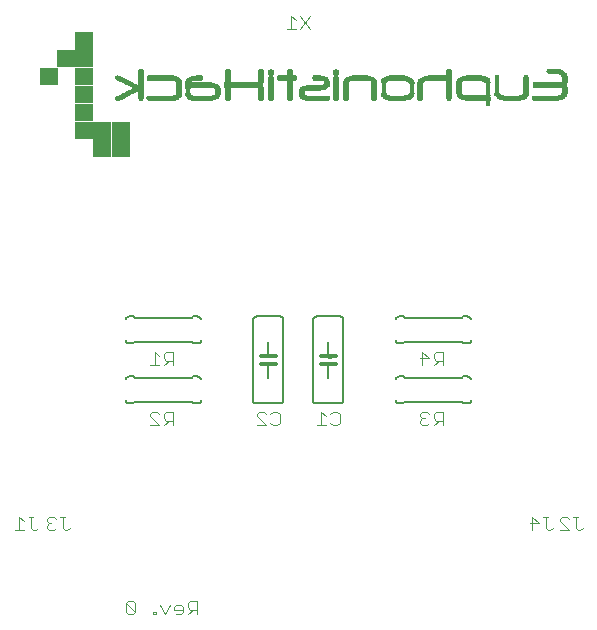
<source format=gbo>
G75*
G70*
%OFA0B0*%
%FSLAX24Y24*%
%IPPOS*%
%LPD*%
%AMOC8*
5,1,8,0,0,1.08239X$1,22.5*
%
%ADD10C,0.0040*%
%ADD11R,0.0125X0.0025*%
%ADD12R,0.0580X0.0010*%
%ADD13R,0.0600X0.0010*%
%ADD14R,0.0160X0.0010*%
%ADD15R,0.0090X0.0010*%
%ADD16R,0.0080X0.0010*%
%ADD17R,0.0840X0.0010*%
%ADD18R,0.0630X0.0010*%
%ADD19R,0.0100X0.0010*%
%ADD20R,0.0730X0.0010*%
%ADD21R,0.0510X0.0010*%
%ADD22R,0.0450X0.0010*%
%ADD23R,0.0810X0.0010*%
%ADD24R,0.0150X0.0010*%
%ADD25R,0.0140X0.0010*%
%ADD26R,0.0940X0.0010*%
%ADD27R,0.0760X0.0010*%
%ADD28R,0.0130X0.0010*%
%ADD29R,0.0830X0.0010*%
%ADD30R,0.0850X0.0010*%
%ADD31R,0.0880X0.0010*%
%ADD32R,0.0170X0.0010*%
%ADD33R,0.0990X0.0010*%
%ADD34R,0.0820X0.0010*%
%ADD35R,0.0860X0.0010*%
%ADD36R,0.0720X0.0010*%
%ADD37R,0.0920X0.0010*%
%ADD38R,0.0930X0.0010*%
%ADD39R,0.0220X0.0010*%
%ADD40R,0.1020X0.0010*%
%ADD41R,0.0900X0.0010*%
%ADD42R,0.0780X0.0010*%
%ADD43R,0.0960X0.0010*%
%ADD44R,0.0800X0.0010*%
%ADD45R,0.0970X0.0010*%
%ADD46R,0.0240X0.0010*%
%ADD47R,0.1050X0.0010*%
%ADD48R,0.0180X0.0010*%
%ADD49R,0.0260X0.0010*%
%ADD50R,0.1080X0.0010*%
%ADD51R,0.0950X0.0010*%
%ADD52R,0.0910X0.0010*%
%ADD53R,0.1040X0.0010*%
%ADD54R,0.0290X0.0010*%
%ADD55R,0.1090X0.0010*%
%ADD56R,0.1010X0.0010*%
%ADD57R,0.0310X0.0010*%
%ADD58R,0.1100X0.0010*%
%ADD59R,0.0980X0.0010*%
%ADD60R,0.0330X0.0010*%
%ADD61R,0.1110X0.0010*%
%ADD62R,0.1070X0.0010*%
%ADD63R,0.1060X0.0010*%
%ADD64R,0.0340X0.0010*%
%ADD65R,0.1030X0.0010*%
%ADD66R,0.1130X0.0010*%
%ADD67R,0.1120X0.0010*%
%ADD68R,0.0350X0.0010*%
%ADD69R,0.1140X0.0010*%
%ADD70R,0.0250X0.0010*%
%ADD71R,0.0270X0.0010*%
%ADD72R,0.0300X0.0010*%
%ADD73R,0.0190X0.0010*%
%ADD74R,0.0230X0.0010*%
%ADD75R,0.0200X0.0010*%
%ADD76R,0.0480X0.0010*%
%ADD77R,0.0460X0.0010*%
%ADD78R,0.0430X0.0010*%
%ADD79R,0.0410X0.0010*%
%ADD80R,0.0390X0.0010*%
%ADD81R,0.0360X0.0010*%
%ADD82R,0.0370X0.0010*%
%ADD83R,0.0280X0.0010*%
%ADD84R,0.0400X0.0010*%
%ADD85R,0.1150X0.0010*%
%ADD86R,0.1300X0.0010*%
%ADD87R,0.0890X0.0010*%
%ADD88R,0.0420X0.0010*%
%ADD89R,0.0870X0.0010*%
%ADD90R,0.0470X0.0010*%
%ADD91R,0.1160X0.0010*%
%ADD92R,0.0490X0.0010*%
%ADD93R,0.1000X0.0010*%
%ADD94R,0.0210X0.0010*%
%ADD95R,0.0520X0.0010*%
%ADD96R,0.0530X0.0010*%
%ADD97R,0.0540X0.0010*%
%ADD98R,0.0550X0.0010*%
%ADD99R,0.0640X0.0010*%
%ADD100R,0.0320X0.0010*%
%ADD101R,0.0650X0.0010*%
%ADD102R,0.0560X0.0010*%
%ADD103R,0.0660X0.0010*%
%ADD104R,0.0500X0.0010*%
%ADD105R,0.0790X0.0010*%
%ADD106R,0.0740X0.0010*%
%ADD107R,0.0620X0.0010*%
%ADD108R,0.0680X0.0010*%
%ADD109R,0.0700X0.0010*%
%ADD110R,0.0030X0.0010*%
%ADD111R,0.0120X0.0010*%
%ADD112R,0.0110X0.0010*%
%ADD113R,0.0040X0.0010*%
%ADD114R,0.0610X0.0010*%
%ADD115R,0.0570X0.0010*%
%ADD116R,0.0070X0.0010*%
%ADD117C,0.0060*%
%ADD118C,0.0120*%
D10*
X000703Y003470D02*
X001010Y003470D01*
X000856Y003470D02*
X000856Y003930D01*
X001010Y003777D01*
X001163Y003930D02*
X001317Y003930D01*
X001240Y003930D02*
X001240Y003547D01*
X001317Y003470D01*
X001393Y003470D01*
X001470Y003547D01*
X001763Y003547D02*
X001839Y003470D01*
X001993Y003470D01*
X002070Y003547D01*
X001916Y003700D02*
X001839Y003700D01*
X001763Y003623D01*
X001763Y003547D01*
X001839Y003700D02*
X001763Y003777D01*
X001763Y003854D01*
X001839Y003930D01*
X001993Y003930D01*
X002070Y003854D01*
X002223Y003930D02*
X002377Y003930D01*
X002300Y003930D02*
X002300Y003547D01*
X002377Y003470D01*
X002453Y003470D01*
X002530Y003547D01*
X004478Y001130D02*
X004401Y001054D01*
X004708Y000747D01*
X004632Y000670D01*
X004478Y000670D01*
X004401Y000747D01*
X004401Y001054D01*
X004478Y001130D02*
X004632Y001130D01*
X004708Y001054D01*
X004708Y000747D01*
X005322Y000747D02*
X005322Y000670D01*
X005399Y000670D01*
X005399Y000747D01*
X005322Y000747D01*
X005552Y000977D02*
X005706Y000670D01*
X005859Y000977D01*
X006013Y000900D02*
X006013Y000823D01*
X006320Y000823D01*
X006320Y000747D02*
X006320Y000900D01*
X006243Y000977D01*
X006089Y000977D01*
X006013Y000900D01*
X006089Y000670D02*
X006243Y000670D01*
X006320Y000747D01*
X006473Y000670D02*
X006627Y000823D01*
X006550Y000823D02*
X006780Y000823D01*
X006780Y000670D02*
X006780Y001130D01*
X006550Y001130D01*
X006473Y001054D01*
X006473Y000900D01*
X006550Y000823D01*
X005980Y006970D02*
X005980Y007430D01*
X005750Y007430D01*
X005673Y007354D01*
X005673Y007200D01*
X005750Y007123D01*
X005980Y007123D01*
X005827Y007123D02*
X005673Y006970D01*
X005520Y006970D02*
X005213Y007277D01*
X005213Y007354D01*
X005289Y007430D01*
X005443Y007430D01*
X005520Y007354D01*
X005520Y006970D02*
X005213Y006970D01*
X005213Y008970D02*
X005520Y008970D01*
X005673Y008970D02*
X005827Y009123D01*
X005750Y009123D02*
X005980Y009123D01*
X005980Y008970D02*
X005980Y009430D01*
X005750Y009430D01*
X005673Y009354D01*
X005673Y009200D01*
X005750Y009123D01*
X005520Y009277D02*
X005366Y009430D01*
X005366Y008970D01*
X008763Y007354D02*
X008763Y007277D01*
X009070Y006970D01*
X008763Y006970D01*
X008763Y007354D02*
X008839Y007430D01*
X008993Y007430D01*
X009070Y007354D01*
X009223Y007354D02*
X009300Y007430D01*
X009453Y007430D01*
X009530Y007354D01*
X009530Y007047D01*
X009453Y006970D01*
X009300Y006970D01*
X009223Y007047D01*
X010763Y006970D02*
X011070Y006970D01*
X010916Y006970D02*
X010916Y007430D01*
X011070Y007277D01*
X011223Y007354D02*
X011300Y007430D01*
X011453Y007430D01*
X011530Y007354D01*
X011530Y007047D01*
X011453Y006970D01*
X011300Y006970D01*
X011223Y007047D01*
X014213Y007047D02*
X014289Y006970D01*
X014443Y006970D01*
X014520Y007047D01*
X014673Y006970D02*
X014827Y007123D01*
X014750Y007123D02*
X014980Y007123D01*
X014980Y006970D02*
X014980Y007430D01*
X014750Y007430D01*
X014673Y007354D01*
X014673Y007200D01*
X014750Y007123D01*
X014520Y007354D02*
X014443Y007430D01*
X014289Y007430D01*
X014213Y007354D01*
X014213Y007277D01*
X014289Y007200D01*
X014213Y007123D01*
X014213Y007047D01*
X014289Y007200D02*
X014366Y007200D01*
X014289Y008970D02*
X014289Y009430D01*
X014520Y009200D01*
X014213Y009200D01*
X014673Y009200D02*
X014750Y009123D01*
X014980Y009123D01*
X014980Y008970D02*
X014980Y009430D01*
X014750Y009430D01*
X014673Y009354D01*
X014673Y009200D01*
X014827Y009123D02*
X014673Y008970D01*
X017939Y003930D02*
X018170Y003700D01*
X017863Y003700D01*
X017939Y003470D02*
X017939Y003930D01*
X018323Y003930D02*
X018477Y003930D01*
X018400Y003930D02*
X018400Y003547D01*
X018477Y003470D01*
X018553Y003470D01*
X018630Y003547D01*
X018863Y003470D02*
X019170Y003470D01*
X018863Y003777D01*
X018863Y003854D01*
X018939Y003930D01*
X019093Y003930D01*
X019170Y003854D01*
X019323Y003930D02*
X019477Y003930D01*
X019400Y003930D02*
X019400Y003547D01*
X019477Y003470D01*
X019553Y003470D01*
X019630Y003547D01*
X010530Y020170D02*
X010223Y020630D01*
X010070Y020477D02*
X009916Y020630D01*
X009916Y020170D01*
X009763Y020170D02*
X010070Y020170D01*
X010223Y020170D02*
X010530Y020630D01*
D11*
X011200Y009175D03*
D12*
X009775Y018450D03*
X009775Y018600D03*
X003625Y017060D03*
X003625Y017050D03*
X003625Y017040D03*
X003625Y017030D03*
X003625Y017020D03*
X003625Y017010D03*
X003625Y017000D03*
X003625Y016990D03*
X003625Y016980D03*
X003625Y016970D03*
X003625Y016960D03*
X003625Y016950D03*
X003625Y016940D03*
X003625Y016930D03*
X003625Y016920D03*
X003625Y016910D03*
X003625Y016900D03*
X003625Y016890D03*
X003625Y016880D03*
X003625Y016870D03*
X003625Y016860D03*
X003625Y016850D03*
X003625Y016840D03*
X003625Y016830D03*
X003625Y016820D03*
X003625Y016810D03*
X003625Y016800D03*
X003625Y016790D03*
X003625Y016780D03*
X003625Y016770D03*
X003625Y016760D03*
X003625Y016750D03*
X003625Y016740D03*
X003625Y016730D03*
X003625Y016720D03*
X003625Y016710D03*
X003625Y016700D03*
X003625Y016690D03*
X003625Y016680D03*
X003625Y016670D03*
X003625Y016660D03*
X003625Y016650D03*
X003625Y016640D03*
X003625Y016630D03*
X003625Y016620D03*
X003625Y016610D03*
X003625Y016600D03*
X003625Y016590D03*
X003625Y016580D03*
X003625Y016570D03*
X003625Y016560D03*
X003625Y016550D03*
X003625Y016540D03*
X003625Y016530D03*
X003625Y016520D03*
X003625Y016510D03*
X003625Y016470D03*
X003625Y016460D03*
X003625Y016450D03*
X003625Y016440D03*
X003625Y016430D03*
X003625Y016420D03*
X003625Y016410D03*
X003625Y016400D03*
X003625Y016390D03*
X003625Y016380D03*
X003625Y016370D03*
X003625Y016360D03*
X003625Y016350D03*
X003625Y016340D03*
X003625Y016330D03*
X003625Y016320D03*
X003625Y016310D03*
X003625Y016300D03*
X003625Y016290D03*
X003625Y016280D03*
X003625Y016270D03*
X003625Y016260D03*
X003625Y016250D03*
X003625Y016240D03*
X003625Y016230D03*
X003625Y016220D03*
X003625Y016210D03*
X003625Y016200D03*
X003625Y016190D03*
X003625Y016180D03*
X003625Y016170D03*
X003625Y016160D03*
X003625Y016150D03*
X003625Y016140D03*
X003625Y016130D03*
X003625Y016120D03*
X003625Y016110D03*
X003625Y016100D03*
X003625Y016090D03*
X003625Y016080D03*
X003625Y016070D03*
X003625Y016060D03*
X003625Y016050D03*
X003625Y016040D03*
X003625Y016030D03*
X003625Y016020D03*
X003625Y016010D03*
X003625Y016000D03*
X003625Y015990D03*
X003625Y015980D03*
X003625Y015970D03*
X003625Y015960D03*
X003625Y015950D03*
X003625Y015940D03*
X003625Y015930D03*
X003625Y015920D03*
X003625Y015910D03*
X003625Y015900D03*
X003025Y016510D03*
X003025Y016520D03*
X003025Y016530D03*
X003025Y016540D03*
X003025Y016550D03*
X003025Y016560D03*
X003025Y016570D03*
X003025Y016580D03*
X003025Y016590D03*
X003025Y016600D03*
X003025Y016610D03*
X003025Y016620D03*
X003025Y016630D03*
X003025Y016640D03*
X003025Y016650D03*
X003025Y016660D03*
X003025Y016670D03*
X003025Y016680D03*
X003025Y016690D03*
X003025Y016700D03*
X003025Y016710D03*
X003025Y016720D03*
X003025Y016730D03*
X003025Y016740D03*
X003025Y016750D03*
X003025Y016760D03*
X003025Y016770D03*
X003025Y016780D03*
X003025Y016790D03*
X003025Y016800D03*
X003025Y016810D03*
X003025Y016820D03*
X003025Y016830D03*
X003025Y016840D03*
X003025Y016850D03*
X003025Y016860D03*
X003025Y016870D03*
X003025Y016880D03*
X003025Y016890D03*
X003025Y016900D03*
X003025Y016910D03*
X003025Y016920D03*
X003025Y016930D03*
X003025Y016940D03*
X003025Y016950D03*
X003025Y016960D03*
X003025Y016970D03*
X003025Y016980D03*
X003025Y016990D03*
X003025Y017000D03*
X003025Y017010D03*
X003025Y017020D03*
X003025Y017030D03*
X003025Y017040D03*
X003025Y017050D03*
X003025Y017060D03*
X003025Y017100D03*
X003025Y017110D03*
X003025Y017120D03*
X003025Y017130D03*
X003025Y017140D03*
X003025Y017150D03*
X003025Y017160D03*
X003025Y017170D03*
X003025Y017180D03*
X003025Y017190D03*
X003025Y017200D03*
X003025Y017210D03*
X003025Y017220D03*
X003025Y017230D03*
X003025Y017240D03*
X003025Y017250D03*
X003025Y017260D03*
X003025Y017270D03*
X003025Y017280D03*
X003025Y017290D03*
X003025Y017300D03*
X003025Y017310D03*
X003025Y017320D03*
X003025Y017330D03*
X003025Y017340D03*
X003025Y017350D03*
X003025Y017360D03*
X003025Y017370D03*
X003025Y017380D03*
X003025Y017390D03*
X003025Y017400D03*
X003025Y017410D03*
X003025Y017420D03*
X003025Y017430D03*
X003025Y017440D03*
X003025Y017450D03*
X003025Y017460D03*
X003025Y017470D03*
X003025Y017480D03*
X003025Y017490D03*
X003025Y017500D03*
X003025Y017510D03*
X003025Y017520D03*
X003025Y017530D03*
X003025Y017540D03*
X003025Y017550D03*
X003025Y017560D03*
X003025Y017570D03*
X003025Y017580D03*
X003025Y017590D03*
X003025Y017600D03*
X003025Y017610D03*
X003025Y017620D03*
X003025Y017630D03*
X003025Y017640D03*
X003025Y017650D03*
X003025Y017660D03*
X003025Y017700D03*
X003025Y017710D03*
X003025Y017720D03*
X003025Y017730D03*
X003025Y017740D03*
X003025Y017750D03*
X003025Y017760D03*
X003025Y017770D03*
X003025Y017780D03*
X003025Y017790D03*
X003025Y017800D03*
X003025Y017810D03*
X003025Y017820D03*
X003025Y017830D03*
X003025Y017840D03*
X003025Y017850D03*
X003025Y017860D03*
X003025Y017870D03*
X003025Y017880D03*
X003025Y017890D03*
X003025Y017900D03*
X003025Y017910D03*
X003025Y017920D03*
X003025Y017930D03*
X003025Y017940D03*
X003025Y017950D03*
X003025Y017960D03*
X003025Y017970D03*
X003025Y017980D03*
X003025Y017990D03*
X003025Y018000D03*
X003025Y018010D03*
X003025Y018020D03*
X003025Y018030D03*
X003025Y018040D03*
X003025Y018050D03*
X003025Y018060D03*
X003025Y018070D03*
X003025Y018080D03*
X003025Y018090D03*
X003025Y018100D03*
X003025Y018110D03*
X003025Y018120D03*
X003025Y018130D03*
X003025Y018140D03*
X003025Y018150D03*
X003025Y018160D03*
X003025Y018170D03*
X003025Y018180D03*
X003025Y018190D03*
X003025Y018200D03*
X003025Y018210D03*
X003025Y018220D03*
X003025Y018230D03*
X003025Y018240D03*
X003025Y018250D03*
X003025Y018260D03*
X003025Y018300D03*
X003025Y018310D03*
X003025Y018320D03*
X003025Y018330D03*
X003025Y018340D03*
X003025Y018350D03*
X003025Y018360D03*
X003025Y018370D03*
X003025Y018380D03*
X003025Y018390D03*
X003025Y018400D03*
X003025Y018410D03*
X003025Y018420D03*
X003025Y018430D03*
X003025Y018440D03*
X003025Y018450D03*
X003025Y018460D03*
X003025Y018470D03*
X003025Y018480D03*
X003025Y018490D03*
X003025Y018500D03*
X003025Y018510D03*
X003025Y018520D03*
X003025Y018530D03*
X003025Y018540D03*
X003025Y018550D03*
X003025Y018560D03*
X003025Y018570D03*
X003025Y018580D03*
X003025Y018590D03*
X003025Y018600D03*
X003025Y018610D03*
X003025Y018620D03*
X003025Y018630D03*
X003025Y018640D03*
X003025Y018650D03*
X003025Y018660D03*
X003025Y018670D03*
X003025Y018680D03*
X003025Y018690D03*
X003025Y018700D03*
X003025Y018710D03*
X003025Y018720D03*
X003025Y018730D03*
X003025Y018740D03*
X003025Y018750D03*
X003025Y018760D03*
X003025Y018770D03*
X003025Y018780D03*
X003025Y018790D03*
X003025Y018800D03*
X003025Y018810D03*
X003025Y018820D03*
X003025Y018830D03*
X003025Y018840D03*
X003025Y018850D03*
X003025Y018860D03*
X003025Y018900D03*
X003025Y018910D03*
X003025Y018920D03*
X003025Y018930D03*
X003025Y018940D03*
X003025Y018950D03*
X003025Y018960D03*
X003025Y018970D03*
X003025Y018980D03*
X003025Y018990D03*
X003025Y019000D03*
X003025Y019010D03*
X003025Y019020D03*
X003025Y019030D03*
X003025Y019040D03*
X003025Y019050D03*
X003025Y019060D03*
X003025Y019070D03*
X003025Y019080D03*
X003025Y019090D03*
X003025Y019100D03*
X003025Y019110D03*
X003025Y019120D03*
X003025Y019130D03*
X003025Y019140D03*
X003025Y019150D03*
X003025Y019160D03*
X003025Y019170D03*
X003025Y019180D03*
X003025Y019190D03*
X003025Y019200D03*
X003025Y019210D03*
X003025Y019220D03*
X003025Y019230D03*
X003025Y019240D03*
X003025Y019250D03*
X003025Y019260D03*
X003025Y019270D03*
X003025Y019280D03*
X003025Y019290D03*
X003025Y019300D03*
X003025Y019310D03*
X003025Y019320D03*
X003025Y019330D03*
X003025Y019340D03*
X003025Y019350D03*
X003025Y019360D03*
X003025Y019370D03*
X003025Y019380D03*
X003025Y019390D03*
X003025Y019400D03*
X003025Y019410D03*
X003025Y019420D03*
X003025Y019430D03*
X003025Y019440D03*
X003025Y019450D03*
X003025Y019480D03*
X003025Y019490D03*
X003025Y019500D03*
X003025Y019510D03*
X003025Y019520D03*
X003025Y019530D03*
X003025Y019540D03*
X003025Y019550D03*
X003025Y019560D03*
X003025Y019570D03*
X003025Y019580D03*
X003025Y019590D03*
X003025Y019600D03*
X003025Y019610D03*
X003025Y019620D03*
X003025Y019630D03*
X003025Y019640D03*
X003025Y019650D03*
X003025Y019660D03*
X003025Y019670D03*
X003025Y019680D03*
X003025Y019690D03*
X003025Y019700D03*
X003025Y019710D03*
X003025Y019720D03*
X003025Y019730D03*
X003025Y019740D03*
X003025Y019750D03*
X003025Y019760D03*
X003025Y019770D03*
X003025Y019780D03*
X003025Y019790D03*
X003025Y019800D03*
X003025Y019810D03*
X003025Y019820D03*
X003025Y019830D03*
X003025Y019840D03*
X003025Y019850D03*
X003025Y019860D03*
X003025Y019870D03*
X003025Y019880D03*
X003025Y019890D03*
X003025Y019900D03*
X003025Y019910D03*
X003025Y019920D03*
X003025Y019930D03*
X003025Y019940D03*
X003025Y019950D03*
X003025Y019960D03*
X003025Y019970D03*
X003025Y019980D03*
X003025Y019990D03*
X003025Y020000D03*
X003025Y020010D03*
X003025Y020020D03*
X003025Y020030D03*
X003025Y020040D03*
X003025Y020050D03*
X002425Y019450D03*
X002425Y019440D03*
X002425Y019430D03*
X002425Y019420D03*
X002425Y019410D03*
X002425Y019400D03*
X002425Y019390D03*
X002425Y019380D03*
X002425Y019370D03*
X002425Y019360D03*
X002425Y019350D03*
X002425Y019340D03*
X002425Y019330D03*
X002425Y019320D03*
X002425Y019310D03*
X002425Y019300D03*
X002425Y019290D03*
X002425Y019280D03*
X002425Y019270D03*
X002425Y019260D03*
X002425Y019250D03*
X002425Y019240D03*
X002425Y019230D03*
X002425Y019220D03*
X002425Y019210D03*
X002425Y019200D03*
X002425Y019190D03*
X002425Y019180D03*
X002425Y019170D03*
X002425Y019160D03*
X002425Y019150D03*
X002425Y019140D03*
X002425Y019130D03*
X002425Y019120D03*
X002425Y019110D03*
X002425Y019100D03*
X002425Y019090D03*
X002425Y019080D03*
X002425Y019070D03*
X002425Y019060D03*
X002425Y019050D03*
X002425Y019040D03*
X002425Y019030D03*
X002425Y019020D03*
X002425Y019010D03*
X002425Y019000D03*
X002425Y018990D03*
X002425Y018980D03*
X002425Y018970D03*
X002425Y018960D03*
X002425Y018950D03*
X002425Y018940D03*
X002425Y018930D03*
X002425Y018920D03*
X002425Y018910D03*
X002425Y018900D03*
X001835Y018860D03*
X001835Y018850D03*
X001835Y018840D03*
X001835Y018830D03*
X001835Y018820D03*
X001835Y018810D03*
X001835Y018800D03*
X001835Y018790D03*
X001835Y018780D03*
X001835Y018770D03*
X001835Y018760D03*
X001835Y018750D03*
X001835Y018740D03*
X001835Y018730D03*
X001835Y018720D03*
X001835Y018710D03*
X001835Y018700D03*
X001835Y018690D03*
X001835Y018680D03*
X001835Y018670D03*
X001835Y018660D03*
X001835Y018650D03*
X001835Y018640D03*
X001835Y018630D03*
X001835Y018620D03*
X001835Y018610D03*
X001835Y018600D03*
X001835Y018590D03*
X001835Y018580D03*
X001835Y018570D03*
X001835Y018560D03*
X001835Y018550D03*
X001835Y018540D03*
X001835Y018530D03*
X001835Y018520D03*
X001835Y018510D03*
X001835Y018500D03*
X001835Y018490D03*
X001835Y018480D03*
X001835Y018470D03*
X001835Y018460D03*
X001835Y018450D03*
X001835Y018440D03*
X001835Y018430D03*
X001835Y018420D03*
X001835Y018410D03*
X001835Y018400D03*
X001835Y018390D03*
X001835Y018380D03*
X001835Y018370D03*
X001835Y018360D03*
X001835Y018350D03*
X001835Y018340D03*
X001835Y018330D03*
X001835Y018320D03*
X001835Y018310D03*
X001835Y018300D03*
X018725Y018740D03*
D13*
X004235Y017060D03*
X004235Y017050D03*
X004235Y017040D03*
X004235Y017030D03*
X004235Y017020D03*
X004235Y017010D03*
X004235Y017000D03*
X004235Y016990D03*
X004235Y016980D03*
X004235Y016970D03*
X004235Y016960D03*
X004235Y016950D03*
X004235Y016940D03*
X004235Y016930D03*
X004235Y016920D03*
X004235Y016910D03*
X004235Y016900D03*
X004235Y016890D03*
X004235Y016880D03*
X004235Y016870D03*
X004235Y016860D03*
X004235Y016850D03*
X004235Y016840D03*
X004235Y016830D03*
X004235Y016820D03*
X004235Y016810D03*
X004235Y016800D03*
X004235Y016790D03*
X004235Y016780D03*
X004235Y016770D03*
X004235Y016760D03*
X004235Y016750D03*
X004235Y016740D03*
X004235Y016730D03*
X004235Y016720D03*
X004235Y016710D03*
X004235Y016700D03*
X004235Y016690D03*
X004235Y016680D03*
X004235Y016670D03*
X004235Y016660D03*
X004235Y016650D03*
X004235Y016640D03*
X004235Y016630D03*
X004235Y016620D03*
X004235Y016610D03*
X004235Y016600D03*
X004235Y016590D03*
X004235Y016580D03*
X004235Y016570D03*
X004235Y016560D03*
X004235Y016550D03*
X004235Y016540D03*
X004235Y016530D03*
X004235Y016520D03*
X004235Y016510D03*
X004235Y016470D03*
X004235Y016460D03*
X004235Y016450D03*
X004235Y016440D03*
X004235Y016430D03*
X004235Y016420D03*
X004235Y016410D03*
X004235Y016400D03*
X004235Y016390D03*
X004235Y016380D03*
X004235Y016370D03*
X004235Y016360D03*
X004235Y016350D03*
X004235Y016340D03*
X004235Y016330D03*
X004235Y016320D03*
X004235Y016310D03*
X004235Y016300D03*
X004235Y016290D03*
X004235Y016280D03*
X004235Y016270D03*
X004235Y016260D03*
X004235Y016250D03*
X004235Y016240D03*
X004235Y016230D03*
X004235Y016220D03*
X004235Y016210D03*
X004235Y016200D03*
X004235Y016190D03*
X004235Y016180D03*
X004235Y016170D03*
X004235Y016160D03*
X004235Y016150D03*
X004235Y016140D03*
X004235Y016130D03*
X004235Y016120D03*
X004235Y016110D03*
X004235Y016100D03*
X004235Y016090D03*
X004235Y016080D03*
X004235Y016070D03*
X004235Y016060D03*
X004235Y016050D03*
X004235Y016040D03*
X004235Y016030D03*
X004235Y016020D03*
X004235Y016010D03*
X004235Y016000D03*
X004235Y015990D03*
X004235Y015980D03*
X004235Y015970D03*
X004235Y015960D03*
X004235Y015950D03*
X004235Y015940D03*
X004235Y015930D03*
X004235Y015920D03*
X004235Y015910D03*
X004235Y015900D03*
D14*
X004915Y017800D03*
X004915Y017810D03*
X004915Y017820D03*
X004915Y017830D03*
X004915Y018780D03*
X004915Y018790D03*
X004915Y018800D03*
X006465Y018170D03*
X006465Y018160D03*
X006465Y018150D03*
X006465Y018140D03*
X006465Y018130D03*
X006465Y018120D03*
X006465Y018110D03*
X006465Y018100D03*
X006465Y018090D03*
X006465Y018080D03*
X006465Y018070D03*
X006465Y018060D03*
X006465Y018050D03*
X006465Y018040D03*
X007795Y017820D03*
X007795Y017810D03*
X007795Y017800D03*
X007795Y018790D03*
X007795Y018800D03*
X008905Y018790D03*
X009245Y018650D03*
X009245Y018640D03*
X009235Y018570D03*
X009235Y017820D03*
X008905Y017820D03*
X009885Y017820D03*
X009885Y017810D03*
X009885Y017800D03*
X009885Y018790D03*
X011405Y018570D03*
X011415Y018640D03*
X011415Y018650D03*
X011405Y017820D03*
X012995Y018010D03*
X012995Y018020D03*
X012995Y018030D03*
X012995Y018040D03*
X012995Y018050D03*
X012995Y018060D03*
X012995Y018070D03*
X012995Y018080D03*
X012995Y018090D03*
X012995Y018100D03*
X012995Y018110D03*
X012995Y018120D03*
X012995Y018130D03*
X012995Y018140D03*
X012995Y018150D03*
X012995Y018160D03*
X012995Y018170D03*
X012995Y018180D03*
X012995Y018190D03*
X012995Y018200D03*
X012995Y018210D03*
X012995Y018220D03*
X012995Y018230D03*
X012995Y018240D03*
X012995Y018250D03*
X012995Y018260D03*
X012995Y018270D03*
X012995Y018280D03*
X012995Y018290D03*
X012995Y018300D03*
X012995Y018310D03*
X012995Y018320D03*
X012995Y018330D03*
X012995Y018340D03*
X012995Y018350D03*
X012995Y018360D03*
X012995Y018370D03*
X012995Y018380D03*
X013935Y018330D03*
X013935Y018320D03*
X013935Y018310D03*
X013935Y018300D03*
X013935Y018290D03*
X013935Y018280D03*
X013935Y018270D03*
X013935Y018260D03*
X013935Y018250D03*
X013935Y018240D03*
X013935Y018230D03*
X013935Y018220D03*
X013935Y018210D03*
X013935Y018200D03*
X013935Y018190D03*
X013935Y018180D03*
X013935Y018170D03*
X013935Y018160D03*
X013935Y018150D03*
X013935Y018140D03*
X013935Y018130D03*
X013935Y018120D03*
X013935Y018110D03*
X013935Y018100D03*
X013935Y018090D03*
X013935Y018080D03*
X013935Y018070D03*
X013935Y018060D03*
X013935Y018050D03*
X013935Y018040D03*
X013935Y018030D03*
X014225Y017820D03*
X014225Y017810D03*
X014225Y017800D03*
X015185Y017800D03*
X015185Y017810D03*
X015185Y017820D03*
X015185Y017830D03*
X015515Y018010D03*
X015515Y018380D03*
X015515Y018390D03*
X015185Y018780D03*
X015185Y018790D03*
X015185Y018800D03*
X016475Y018360D03*
X016475Y018350D03*
X016475Y018340D03*
X016475Y018330D03*
X016475Y018320D03*
X016475Y018310D03*
X016475Y018300D03*
X016475Y018290D03*
X016475Y018280D03*
X016475Y018270D03*
X016475Y018260D03*
X016475Y018250D03*
X016475Y018240D03*
X016475Y018230D03*
X016475Y018220D03*
X016475Y018210D03*
X016475Y018200D03*
X016475Y018190D03*
X016475Y018180D03*
X016475Y018170D03*
X016475Y018160D03*
X016475Y018150D03*
X016475Y018140D03*
X016475Y018130D03*
X016475Y018120D03*
X016475Y018110D03*
X016475Y018100D03*
X016475Y018090D03*
X016475Y018080D03*
X016475Y018070D03*
X016475Y018060D03*
X016475Y018050D03*
X016475Y018040D03*
X016475Y018030D03*
X016475Y018020D03*
X016475Y018010D03*
X016475Y018000D03*
X016475Y017990D03*
X016475Y017980D03*
X016475Y017970D03*
X016475Y017960D03*
X016475Y017950D03*
X016475Y017780D03*
X016475Y017770D03*
X016475Y017760D03*
X016475Y017750D03*
X016475Y017740D03*
X016475Y017730D03*
X016475Y017720D03*
X016475Y017710D03*
X016475Y017700D03*
X016475Y017690D03*
X016475Y017680D03*
X016475Y017670D03*
X016475Y017660D03*
X016475Y017650D03*
X016475Y017640D03*
X016475Y017630D03*
X016475Y017620D03*
X016475Y017610D03*
X016775Y018010D03*
X016775Y018020D03*
X016775Y018030D03*
X016775Y018040D03*
X016775Y018050D03*
X016775Y018060D03*
X016775Y018070D03*
X016775Y018080D03*
X016775Y018090D03*
X016775Y018100D03*
X016775Y018110D03*
X016775Y018120D03*
X016775Y018130D03*
X016775Y018140D03*
X016775Y018150D03*
X016775Y018160D03*
X016775Y018170D03*
X016775Y018180D03*
X016775Y018190D03*
X016775Y018200D03*
X016775Y018210D03*
X016775Y018220D03*
X016775Y018230D03*
X016775Y018240D03*
X016775Y018250D03*
X016775Y018260D03*
X016775Y018270D03*
X016775Y018280D03*
X016775Y018290D03*
X016775Y018300D03*
X016775Y018310D03*
X016775Y018320D03*
X016775Y018330D03*
X016775Y018340D03*
X016775Y018350D03*
X016775Y018360D03*
X016775Y018370D03*
X016775Y018380D03*
X016775Y018390D03*
X016775Y018400D03*
X016775Y018410D03*
X016775Y018420D03*
X016775Y018430D03*
X016775Y018440D03*
X016775Y018450D03*
X016775Y018460D03*
X016775Y018470D03*
X016775Y018480D03*
X016775Y018490D03*
X016775Y018500D03*
X016775Y018510D03*
X016775Y018520D03*
X016775Y018530D03*
X016775Y018540D03*
X016775Y018550D03*
X016775Y018560D03*
D15*
X015180Y018820D03*
X015180Y018830D03*
X015180Y017780D03*
X011740Y017780D03*
X008900Y017780D03*
X008900Y018820D03*
X008900Y018830D03*
X004130Y017780D03*
D16*
X004915Y017780D03*
X004915Y018820D03*
X004915Y018830D03*
X007785Y018830D03*
X007785Y018820D03*
X007785Y017780D03*
X009235Y017780D03*
X009895Y018820D03*
X009895Y018830D03*
X011405Y017780D03*
X012675Y017780D03*
X014225Y017780D03*
D17*
X013455Y018550D03*
X012215Y018560D03*
X010765Y018260D03*
X005565Y017780D03*
D18*
X006960Y017780D03*
X009770Y018460D03*
X009770Y018470D03*
X013450Y017790D03*
X017280Y017790D03*
D19*
X009875Y017780D03*
D20*
X010550Y018130D03*
X010790Y017780D03*
D21*
X010870Y018540D03*
X013450Y018600D03*
X013450Y017780D03*
X006710Y018510D03*
X004740Y018110D03*
X004740Y018100D03*
D22*
X004770Y018250D03*
X006740Y018550D03*
X017290Y017780D03*
D23*
X018390Y017780D03*
X010590Y018140D03*
D24*
X011410Y017810D03*
X011410Y017800D03*
X011410Y018580D03*
X011410Y018590D03*
X009890Y018800D03*
X009240Y018590D03*
X009240Y018580D03*
X008910Y018800D03*
X008910Y017810D03*
X008910Y017800D03*
X009240Y017800D03*
X009240Y017810D03*
X004130Y017790D03*
X016780Y018570D03*
X017740Y018570D03*
D25*
X017745Y018580D03*
X017745Y018590D03*
X016775Y018590D03*
X016775Y018580D03*
X015185Y018810D03*
X015185Y017790D03*
X014225Y017790D03*
X012685Y017800D03*
X012685Y017810D03*
X011745Y017810D03*
X011745Y017800D03*
X011405Y017790D03*
X009235Y017790D03*
X008905Y018810D03*
X007795Y018810D03*
X007795Y017790D03*
X004915Y017790D03*
X004915Y018810D03*
D26*
X005595Y018590D03*
X005595Y018580D03*
X005595Y017790D03*
X006955Y017830D03*
X012215Y018540D03*
X015995Y018540D03*
D27*
X012215Y018570D03*
X006955Y017790D03*
D28*
X008900Y017790D03*
X009250Y018790D03*
X009880Y017790D03*
X011420Y018790D03*
X011740Y017790D03*
X012680Y017790D03*
X004150Y018580D03*
X004150Y018590D03*
D29*
X010770Y017790D03*
X014860Y018600D03*
D30*
X016000Y018560D03*
X016130Y017790D03*
X017270Y017830D03*
X013460Y017830D03*
X010610Y018150D03*
D31*
X010655Y018180D03*
X012215Y018550D03*
X013455Y017840D03*
X018415Y017790D03*
D32*
X019030Y018030D03*
X019030Y018040D03*
X019030Y018050D03*
X019030Y018060D03*
X019030Y018070D03*
X019030Y018080D03*
X019030Y018090D03*
X019030Y018100D03*
X019030Y018110D03*
X019030Y018120D03*
X019030Y018130D03*
X019030Y018140D03*
X019030Y018150D03*
X019030Y018160D03*
X019030Y018170D03*
X019030Y018180D03*
X019030Y018190D03*
X019030Y018200D03*
X019030Y018210D03*
X019030Y018380D03*
X019030Y018390D03*
X019030Y018400D03*
X019030Y018410D03*
X019030Y018420D03*
X019030Y018430D03*
X019030Y018440D03*
X019030Y018450D03*
X019030Y018460D03*
X019030Y018470D03*
X019030Y018480D03*
X019030Y018490D03*
X019030Y018500D03*
X019030Y018510D03*
X019030Y018520D03*
X019030Y018530D03*
X019030Y018540D03*
X019030Y018550D03*
X019030Y018560D03*
X019030Y018570D03*
X017750Y018560D03*
X017750Y018550D03*
X017750Y018540D03*
X017750Y018530D03*
X017750Y018520D03*
X017750Y018510D03*
X017750Y018500D03*
X017750Y018490D03*
X017750Y018480D03*
X017750Y018470D03*
X017750Y018460D03*
X017750Y018450D03*
X017750Y018440D03*
X017750Y018430D03*
X017750Y018420D03*
X017750Y018410D03*
X017750Y018400D03*
X017750Y018390D03*
X017750Y018380D03*
X017750Y018370D03*
X017750Y018360D03*
X017750Y018350D03*
X017750Y018340D03*
X017750Y018330D03*
X017750Y018320D03*
X017750Y018310D03*
X017750Y018300D03*
X017750Y018290D03*
X017750Y018280D03*
X017750Y018270D03*
X017750Y018260D03*
X017750Y018250D03*
X017750Y018240D03*
X017750Y018230D03*
X017750Y018220D03*
X017750Y018210D03*
X017750Y018200D03*
X017750Y018190D03*
X017750Y018180D03*
X017750Y018170D03*
X017750Y018160D03*
X017750Y018150D03*
X017750Y018140D03*
X017750Y018130D03*
X017750Y018120D03*
X017750Y018110D03*
X017750Y018100D03*
X017750Y018090D03*
X017750Y018080D03*
X017750Y018070D03*
X017750Y018060D03*
X017750Y018050D03*
X017750Y018040D03*
X017750Y018030D03*
X017750Y018020D03*
X017750Y018010D03*
X015190Y018010D03*
X015190Y018020D03*
X015190Y018030D03*
X015190Y018040D03*
X015190Y018050D03*
X015190Y018060D03*
X015190Y018070D03*
X015190Y018080D03*
X015190Y018090D03*
X015190Y018100D03*
X015190Y018110D03*
X015190Y018120D03*
X015190Y018130D03*
X015190Y018140D03*
X015190Y018150D03*
X015190Y018160D03*
X015190Y018170D03*
X015190Y018180D03*
X015190Y018190D03*
X015190Y018200D03*
X015190Y018210D03*
X015190Y018220D03*
X015190Y018230D03*
X015190Y018240D03*
X015190Y018250D03*
X015190Y018260D03*
X015190Y018270D03*
X015190Y018280D03*
X015190Y018290D03*
X015190Y018300D03*
X015190Y018310D03*
X015190Y018320D03*
X015190Y018330D03*
X015190Y018340D03*
X015190Y018350D03*
X015190Y018360D03*
X015190Y018370D03*
X015190Y018380D03*
X015190Y018390D03*
X015190Y018400D03*
X015190Y018410D03*
X015190Y018420D03*
X015190Y018430D03*
X015190Y018440D03*
X015190Y018610D03*
X015190Y018620D03*
X015190Y018630D03*
X015190Y018640D03*
X015190Y018650D03*
X015190Y018660D03*
X015190Y018670D03*
X015190Y018680D03*
X015190Y018690D03*
X015190Y018700D03*
X015190Y018710D03*
X015190Y018720D03*
X015190Y018730D03*
X015190Y018740D03*
X015190Y018750D03*
X015190Y018760D03*
X015190Y018770D03*
X015190Y018000D03*
X015190Y017990D03*
X015190Y017980D03*
X015190Y017970D03*
X015190Y017960D03*
X015190Y017950D03*
X015190Y017940D03*
X015190Y017930D03*
X015190Y017920D03*
X015190Y017910D03*
X015190Y017900D03*
X015190Y017890D03*
X015190Y017880D03*
X015190Y017870D03*
X015190Y017860D03*
X015190Y017850D03*
X015190Y017840D03*
X014220Y017840D03*
X014220Y017850D03*
X014220Y017860D03*
X014220Y017870D03*
X014220Y017880D03*
X014220Y017890D03*
X014220Y017900D03*
X014220Y017910D03*
X014220Y017920D03*
X014220Y017930D03*
X014220Y017940D03*
X014220Y017950D03*
X014220Y017960D03*
X014220Y017970D03*
X014220Y017980D03*
X014220Y017990D03*
X014220Y018000D03*
X014220Y018010D03*
X014220Y018020D03*
X014220Y018030D03*
X014220Y018040D03*
X014220Y018050D03*
X014220Y018060D03*
X014220Y018070D03*
X014220Y018080D03*
X014220Y018090D03*
X014220Y018100D03*
X014220Y018110D03*
X014220Y018120D03*
X014220Y018130D03*
X014220Y018140D03*
X014220Y018150D03*
X014220Y018160D03*
X014220Y018170D03*
X014220Y018180D03*
X014220Y018190D03*
X014220Y018200D03*
X014220Y018210D03*
X014220Y018220D03*
X014220Y018230D03*
X014220Y018240D03*
X014220Y018250D03*
X014220Y018260D03*
X014220Y018270D03*
X014220Y018280D03*
X014220Y018290D03*
X014220Y018300D03*
X014220Y018310D03*
X014220Y018320D03*
X014220Y018330D03*
X014220Y018340D03*
X014220Y018350D03*
X014220Y018360D03*
X014230Y018380D03*
X013930Y018370D03*
X013930Y018360D03*
X013930Y018350D03*
X013930Y018340D03*
X013930Y018020D03*
X013930Y018010D03*
X013930Y018000D03*
X014220Y017830D03*
X012680Y017830D03*
X012680Y017840D03*
X012680Y017850D03*
X012680Y017860D03*
X012680Y017870D03*
X012680Y017880D03*
X012680Y017890D03*
X012680Y017900D03*
X012680Y017910D03*
X012680Y017920D03*
X012680Y017930D03*
X012680Y017940D03*
X012680Y017950D03*
X012680Y017960D03*
X012680Y017970D03*
X012680Y017980D03*
X012680Y017990D03*
X012680Y018000D03*
X012680Y018010D03*
X012680Y018020D03*
X012680Y018030D03*
X012680Y018040D03*
X012680Y018050D03*
X012680Y018060D03*
X012680Y018070D03*
X012680Y018080D03*
X012680Y018090D03*
X012680Y018100D03*
X012680Y018110D03*
X012680Y018120D03*
X012680Y018130D03*
X012680Y018140D03*
X012680Y018150D03*
X012680Y018160D03*
X012680Y018170D03*
X012680Y018180D03*
X012680Y018190D03*
X012680Y018200D03*
X012680Y018210D03*
X012680Y018220D03*
X012680Y018230D03*
X012680Y018240D03*
X012680Y018250D03*
X012680Y018260D03*
X012680Y018270D03*
X012680Y018280D03*
X012680Y018290D03*
X012680Y018300D03*
X012680Y018310D03*
X012680Y018320D03*
X012680Y018330D03*
X012680Y018340D03*
X012680Y018350D03*
X012680Y018360D03*
X012680Y018370D03*
X012680Y018380D03*
X012680Y018390D03*
X012680Y017820D03*
X011750Y017820D03*
X011750Y017830D03*
X011750Y017840D03*
X011750Y017850D03*
X011750Y017860D03*
X011750Y017870D03*
X011750Y017880D03*
X011750Y017890D03*
X011750Y017900D03*
X011750Y017910D03*
X011750Y017920D03*
X011750Y017930D03*
X011750Y017940D03*
X011750Y017950D03*
X011750Y017960D03*
X011750Y017970D03*
X011750Y017980D03*
X011750Y017990D03*
X011750Y018000D03*
X011750Y018010D03*
X011750Y018020D03*
X011750Y018030D03*
X011750Y018040D03*
X011750Y018050D03*
X011750Y018060D03*
X011750Y018070D03*
X011750Y018080D03*
X011750Y018090D03*
X011750Y018100D03*
X011750Y018110D03*
X011750Y018120D03*
X011750Y018130D03*
X011750Y018140D03*
X011750Y018150D03*
X011750Y018160D03*
X011750Y018170D03*
X011750Y018180D03*
X011750Y018190D03*
X011750Y018200D03*
X011750Y018210D03*
X011750Y018220D03*
X011750Y018230D03*
X011750Y018240D03*
X011750Y018250D03*
X011750Y018260D03*
X011750Y018270D03*
X011750Y018280D03*
X011750Y018290D03*
X011750Y018300D03*
X011750Y018310D03*
X011750Y018320D03*
X011750Y018330D03*
X011750Y018340D03*
X011750Y018350D03*
X011750Y018360D03*
X011750Y018370D03*
X011750Y018380D03*
X011750Y018390D03*
X011410Y018390D03*
X011410Y018400D03*
X011410Y018410D03*
X011410Y018420D03*
X011410Y018430D03*
X011410Y018440D03*
X011410Y018450D03*
X011410Y018460D03*
X011410Y018470D03*
X011410Y018480D03*
X011410Y018490D03*
X011410Y018500D03*
X011410Y018510D03*
X011410Y018520D03*
X011410Y018530D03*
X011410Y018540D03*
X011410Y018550D03*
X011410Y018560D03*
X011410Y018380D03*
X011410Y018370D03*
X011410Y018360D03*
X011410Y018350D03*
X011410Y018340D03*
X011410Y018330D03*
X011410Y018320D03*
X011410Y018310D03*
X011410Y018300D03*
X011410Y018290D03*
X011410Y018280D03*
X011410Y018270D03*
X011410Y018260D03*
X011410Y018250D03*
X011410Y018240D03*
X011410Y018230D03*
X011410Y018220D03*
X011410Y018210D03*
X011410Y018200D03*
X011410Y018190D03*
X011410Y018180D03*
X011410Y018170D03*
X011410Y018160D03*
X011410Y018150D03*
X011410Y018140D03*
X011410Y018130D03*
X011410Y018120D03*
X011410Y018110D03*
X011410Y018100D03*
X011410Y018090D03*
X011410Y018080D03*
X011410Y018070D03*
X011410Y018060D03*
X011410Y018050D03*
X011410Y018040D03*
X011410Y018030D03*
X011410Y018020D03*
X011410Y018010D03*
X011410Y018000D03*
X011410Y017990D03*
X011410Y017980D03*
X011410Y017970D03*
X011410Y017960D03*
X011410Y017950D03*
X011410Y017940D03*
X011410Y017930D03*
X011410Y017920D03*
X011410Y017910D03*
X011410Y017900D03*
X011410Y017890D03*
X011410Y017880D03*
X011410Y017870D03*
X011410Y017860D03*
X011410Y017850D03*
X011410Y017840D03*
X011410Y017830D03*
X011110Y018330D03*
X011110Y018340D03*
X011110Y018350D03*
X011110Y018360D03*
X011110Y018370D03*
X011110Y018380D03*
X011110Y018390D03*
X011110Y018400D03*
X011110Y018410D03*
X011110Y018420D03*
X011420Y018780D03*
X010260Y018070D03*
X010260Y018060D03*
X010260Y018050D03*
X010260Y018040D03*
X010260Y018030D03*
X010260Y018020D03*
X010260Y018010D03*
X010260Y018000D03*
X009890Y018000D03*
X009890Y018010D03*
X009890Y018020D03*
X009890Y018030D03*
X009890Y018040D03*
X009890Y018050D03*
X009890Y018060D03*
X009890Y018070D03*
X009890Y018080D03*
X009890Y018090D03*
X009890Y018100D03*
X009890Y018110D03*
X009890Y018120D03*
X009890Y018130D03*
X009890Y018140D03*
X009890Y018150D03*
X009890Y018160D03*
X009890Y018170D03*
X009890Y018180D03*
X009890Y018190D03*
X009890Y018200D03*
X009890Y018210D03*
X009890Y018220D03*
X009890Y018230D03*
X009890Y018240D03*
X009890Y018250D03*
X009890Y018260D03*
X009890Y018270D03*
X009890Y018280D03*
X009890Y018290D03*
X009890Y018300D03*
X009890Y018310D03*
X009890Y018320D03*
X009890Y018330D03*
X009890Y018340D03*
X009890Y018350D03*
X009890Y018360D03*
X009890Y018370D03*
X009890Y018380D03*
X009890Y018390D03*
X009890Y018400D03*
X009890Y018410D03*
X009890Y018420D03*
X009890Y018430D03*
X009890Y018440D03*
X009890Y018610D03*
X009890Y018620D03*
X009890Y018630D03*
X009890Y018640D03*
X009890Y018650D03*
X009890Y018660D03*
X009890Y018670D03*
X009890Y018680D03*
X009890Y018690D03*
X009890Y018700D03*
X009890Y018710D03*
X009890Y018720D03*
X009890Y018730D03*
X009890Y018740D03*
X009890Y018750D03*
X009890Y018760D03*
X009890Y018770D03*
X009890Y018780D03*
X009250Y018780D03*
X009240Y018560D03*
X009240Y018550D03*
X009240Y018540D03*
X009240Y018530D03*
X009240Y018520D03*
X009240Y018510D03*
X009240Y018500D03*
X009240Y018490D03*
X009240Y018480D03*
X009240Y018470D03*
X009240Y018460D03*
X009240Y018450D03*
X009240Y018440D03*
X009240Y018430D03*
X009240Y018420D03*
X009240Y018410D03*
X009240Y018400D03*
X009240Y018390D03*
X009240Y018380D03*
X009240Y018370D03*
X009240Y018360D03*
X009240Y018350D03*
X009240Y018340D03*
X009240Y018330D03*
X009240Y018320D03*
X009240Y018310D03*
X009240Y018300D03*
X009240Y018290D03*
X009240Y018280D03*
X009240Y018270D03*
X009240Y018260D03*
X009240Y018250D03*
X009240Y018240D03*
X009240Y018230D03*
X009240Y018220D03*
X009240Y018210D03*
X009240Y018200D03*
X009240Y018190D03*
X009240Y018180D03*
X009240Y018170D03*
X009240Y018160D03*
X009240Y018150D03*
X009240Y018140D03*
X009240Y018130D03*
X009240Y018120D03*
X009240Y018110D03*
X009240Y018100D03*
X009240Y018090D03*
X009240Y018080D03*
X009240Y018070D03*
X009240Y018060D03*
X009240Y018050D03*
X009240Y018040D03*
X009240Y018030D03*
X009240Y018020D03*
X009240Y018010D03*
X009240Y018000D03*
X009240Y017990D03*
X009240Y017980D03*
X009240Y017970D03*
X009240Y017960D03*
X009240Y017950D03*
X009240Y017940D03*
X009240Y017930D03*
X009240Y017920D03*
X009240Y017910D03*
X009240Y017900D03*
X009240Y017890D03*
X009240Y017880D03*
X009240Y017870D03*
X009240Y017860D03*
X009240Y017850D03*
X009240Y017840D03*
X009240Y017830D03*
X009890Y017830D03*
X009890Y017840D03*
X009890Y017850D03*
X009890Y017860D03*
X009890Y017870D03*
X009890Y017880D03*
X009890Y017890D03*
X009890Y017900D03*
X009890Y017910D03*
X009890Y017920D03*
X009890Y017930D03*
X009890Y017940D03*
X009890Y017950D03*
X009890Y017960D03*
X009890Y017970D03*
X009890Y017980D03*
X009890Y017990D03*
X007480Y018000D03*
X007480Y018010D03*
X007480Y018020D03*
X007480Y018030D03*
X007480Y018040D03*
X007480Y018050D03*
X007480Y018060D03*
X007480Y018070D03*
X007480Y018080D03*
X007480Y018090D03*
X007480Y018100D03*
X007480Y018110D03*
X007480Y018120D03*
X007480Y018130D03*
X007480Y018140D03*
X007480Y018150D03*
X006470Y018180D03*
X006470Y018190D03*
X006470Y018200D03*
X006470Y018210D03*
X006470Y018380D03*
X006470Y018390D03*
X006190Y018370D03*
X006190Y018360D03*
X006190Y018350D03*
X006190Y018340D03*
X006190Y018330D03*
X006190Y018320D03*
X006190Y018310D03*
X006190Y018300D03*
X006190Y018290D03*
X006190Y018280D03*
X006190Y018270D03*
X006190Y018260D03*
X006190Y018250D03*
X006190Y018240D03*
X006190Y018230D03*
X006190Y018220D03*
X006190Y018210D03*
X006190Y018200D03*
X006190Y018190D03*
X006190Y018180D03*
X006190Y018170D03*
X006190Y018160D03*
X006190Y018150D03*
X006190Y018140D03*
X006190Y018130D03*
X006190Y018120D03*
X006190Y018110D03*
X006190Y018100D03*
X006190Y018090D03*
X006190Y018080D03*
X006190Y018070D03*
X006190Y018060D03*
X006190Y018050D03*
X006190Y018040D03*
X006190Y018030D03*
X006190Y018020D03*
X006180Y018000D03*
X006470Y018000D03*
X006470Y018010D03*
X006470Y018020D03*
X006470Y018030D03*
X006180Y018380D03*
X006180Y018390D03*
X004910Y018390D03*
X004910Y018400D03*
X004910Y018410D03*
X004910Y018420D03*
X004910Y018430D03*
X004910Y018440D03*
X004910Y018450D03*
X004910Y018460D03*
X004910Y018470D03*
X004910Y018480D03*
X004910Y018490D03*
X004910Y018500D03*
X004910Y018510D03*
X004910Y018520D03*
X004910Y018530D03*
X004910Y018540D03*
X004910Y018550D03*
X004910Y018560D03*
X004910Y018570D03*
X004910Y018580D03*
X004910Y018590D03*
X004910Y018600D03*
X004910Y018610D03*
X004910Y018620D03*
X004910Y018630D03*
X004910Y018640D03*
X004910Y018650D03*
X004910Y018660D03*
X004910Y018670D03*
X004910Y018680D03*
X004910Y018690D03*
X004910Y018700D03*
X004910Y018710D03*
X004910Y018720D03*
X004910Y018730D03*
X004910Y018740D03*
X004910Y018750D03*
X004910Y018760D03*
X004910Y018770D03*
X004910Y018380D03*
X004910Y018370D03*
X004910Y018360D03*
X004910Y018350D03*
X004910Y018340D03*
X004910Y018330D03*
X004910Y018320D03*
X004910Y018310D03*
X004910Y018300D03*
X004910Y018290D03*
X004910Y018280D03*
X004910Y018090D03*
X004910Y018080D03*
X004910Y018070D03*
X004910Y018060D03*
X004910Y018050D03*
X004910Y018040D03*
X004910Y018030D03*
X004910Y018020D03*
X004910Y018010D03*
X004910Y018000D03*
X004910Y017990D03*
X004910Y017980D03*
X004910Y017970D03*
X004910Y017960D03*
X004910Y017950D03*
X004910Y017940D03*
X004910Y017930D03*
X004910Y017920D03*
X004910Y017910D03*
X004910Y017900D03*
X004910Y017890D03*
X004910Y017880D03*
X004910Y017870D03*
X004910Y017860D03*
X004910Y017850D03*
X004910Y017840D03*
X004140Y017810D03*
X004140Y017800D03*
X004150Y018570D03*
D33*
X005610Y018570D03*
X005610Y017810D03*
X005610Y017800D03*
X006960Y017840D03*
X010680Y017910D03*
X013450Y018500D03*
X016060Y017830D03*
D34*
X006955Y017810D03*
X006955Y017800D03*
D35*
X005575Y018600D03*
X010635Y018170D03*
X010635Y018160D03*
X010755Y017810D03*
X010755Y017800D03*
D36*
X013455Y017800D03*
X013455Y017810D03*
X017275Y017810D03*
X017275Y017800D03*
D37*
X016095Y017800D03*
X016095Y017810D03*
X013455Y017850D03*
X010735Y017830D03*
D38*
X018430Y017810D03*
X018430Y017800D03*
D39*
X018995Y017960D03*
X019005Y017970D03*
X015545Y017960D03*
X015545Y018430D03*
X013895Y018420D03*
X013025Y017960D03*
X011425Y018690D03*
X011425Y018730D03*
X011425Y018740D03*
X011085Y018440D03*
X011085Y018300D03*
X010285Y018110D03*
X010285Y018100D03*
X010285Y017950D03*
X009255Y018690D03*
X009255Y018730D03*
X009255Y018740D03*
X007455Y018190D03*
X007455Y017960D03*
X006505Y018430D03*
X006495Y017950D03*
X006155Y017960D03*
X004155Y017820D03*
D40*
X005625Y017820D03*
X005625Y018560D03*
X013455Y018480D03*
X014765Y018550D03*
X016045Y017840D03*
X018465Y017830D03*
D41*
X016005Y018550D03*
X010745Y017820D03*
X010665Y018190D03*
X006955Y017820D03*
X006835Y018370D03*
D42*
X010795Y018270D03*
X013455Y017820D03*
X016005Y018570D03*
D43*
X016075Y017820D03*
X014795Y018570D03*
X013455Y018510D03*
X013465Y017870D03*
X013465Y017860D03*
X012215Y018520D03*
X012215Y018530D03*
X010715Y017850D03*
X006865Y018360D03*
D44*
X017275Y017820D03*
D45*
X018450Y017820D03*
X010710Y017860D03*
X010710Y017870D03*
X010670Y017920D03*
X010670Y017930D03*
D46*
X010775Y018600D03*
X013885Y017950D03*
X016425Y018430D03*
X016825Y017950D03*
X017695Y017950D03*
X007425Y017950D03*
X007425Y018200D03*
X006145Y017950D03*
X004165Y017830D03*
D47*
X005630Y017830D03*
X015990Y018490D03*
X016030Y017870D03*
X016030Y017860D03*
X018480Y017850D03*
D48*
X019025Y018010D03*
X019025Y018020D03*
X019025Y018580D03*
X019025Y018590D03*
X019025Y018600D03*
X017745Y018000D03*
X017745Y017990D03*
X017745Y017980D03*
X016785Y017980D03*
X016785Y017990D03*
X016785Y018000D03*
X016465Y018370D03*
X016465Y018380D03*
X016455Y018390D03*
X015525Y018400D03*
X015525Y018410D03*
X015505Y018370D03*
X015505Y018360D03*
X015505Y018350D03*
X015505Y018340D03*
X015505Y018330D03*
X015505Y018320D03*
X015505Y018310D03*
X015505Y018300D03*
X015505Y018290D03*
X015505Y018280D03*
X015505Y018270D03*
X015505Y018260D03*
X015505Y018250D03*
X015505Y018240D03*
X015505Y018230D03*
X015505Y018220D03*
X015505Y018210D03*
X015505Y018200D03*
X015505Y018190D03*
X015505Y018180D03*
X015505Y018170D03*
X015505Y018160D03*
X015505Y018150D03*
X015505Y018140D03*
X015505Y018130D03*
X015505Y018120D03*
X015505Y018110D03*
X015505Y018100D03*
X015505Y018090D03*
X015505Y018080D03*
X015505Y018070D03*
X015505Y018060D03*
X015505Y018050D03*
X015505Y018040D03*
X015505Y018030D03*
X015505Y018020D03*
X015525Y018000D03*
X014235Y018390D03*
X014225Y018370D03*
X013925Y018380D03*
X013925Y017990D03*
X013925Y017980D03*
X013005Y018000D03*
X013005Y018390D03*
X012675Y018400D03*
X012675Y018410D03*
X011755Y018410D03*
X011755Y018400D03*
X011415Y018660D03*
X011105Y018320D03*
X010265Y018080D03*
X010265Y017990D03*
X010265Y017980D03*
X010265Y017970D03*
X009245Y018660D03*
X008915Y018660D03*
X008915Y018670D03*
X008915Y018680D03*
X008915Y018690D03*
X008915Y018700D03*
X008915Y018710D03*
X008915Y018720D03*
X008915Y018730D03*
X008915Y018740D03*
X008915Y018750D03*
X008915Y018760D03*
X008915Y018770D03*
X008915Y018780D03*
X008915Y018650D03*
X008915Y018640D03*
X008915Y018630D03*
X008915Y018620D03*
X008915Y018610D03*
X008915Y018600D03*
X008915Y018590D03*
X008915Y018580D03*
X008915Y018570D03*
X008915Y018560D03*
X008915Y018550D03*
X008915Y018540D03*
X008915Y018530D03*
X008915Y018520D03*
X008915Y018510D03*
X008915Y018500D03*
X008915Y018490D03*
X008915Y018480D03*
X008915Y018470D03*
X008915Y018460D03*
X008915Y018450D03*
X008915Y018440D03*
X008915Y018430D03*
X008915Y018420D03*
X008915Y018410D03*
X008915Y018400D03*
X008915Y018390D03*
X008915Y018380D03*
X008915Y018210D03*
X008915Y018200D03*
X008915Y018190D03*
X008915Y018180D03*
X008915Y018170D03*
X008915Y018160D03*
X008915Y018150D03*
X008915Y018140D03*
X008915Y018130D03*
X008915Y018120D03*
X008915Y018110D03*
X008915Y018100D03*
X008915Y018090D03*
X008915Y018080D03*
X008915Y018070D03*
X008915Y018060D03*
X008915Y018050D03*
X008915Y018040D03*
X008915Y018030D03*
X008915Y018020D03*
X008915Y018010D03*
X008915Y018000D03*
X008915Y017990D03*
X008915Y017980D03*
X008915Y017970D03*
X008915Y017960D03*
X008915Y017950D03*
X008915Y017940D03*
X008915Y017930D03*
X008915Y017920D03*
X008915Y017910D03*
X008915Y017900D03*
X008915Y017890D03*
X008915Y017880D03*
X008915Y017870D03*
X008915Y017860D03*
X008915Y017850D03*
X008915Y017840D03*
X008915Y017830D03*
X007795Y017830D03*
X007795Y017840D03*
X007795Y017850D03*
X007795Y017860D03*
X007795Y017870D03*
X007795Y017880D03*
X007795Y017890D03*
X007795Y017900D03*
X007795Y017910D03*
X007795Y017920D03*
X007795Y017930D03*
X007795Y017940D03*
X007795Y017950D03*
X007795Y017960D03*
X007795Y017970D03*
X007795Y017980D03*
X007795Y017990D03*
X007795Y018000D03*
X007795Y018010D03*
X007795Y018020D03*
X007795Y018030D03*
X007795Y018040D03*
X007795Y018050D03*
X007795Y018060D03*
X007795Y018070D03*
X007795Y018080D03*
X007795Y018090D03*
X007795Y018100D03*
X007795Y018110D03*
X007795Y018120D03*
X007795Y018130D03*
X007795Y018140D03*
X007795Y018150D03*
X007795Y018160D03*
X007795Y018170D03*
X007795Y018180D03*
X007795Y018190D03*
X007795Y018200D03*
X007795Y018210D03*
X007795Y018380D03*
X007795Y018390D03*
X007795Y018400D03*
X007795Y018410D03*
X007795Y018420D03*
X007795Y018430D03*
X007795Y018440D03*
X007795Y018450D03*
X007795Y018460D03*
X007795Y018470D03*
X007795Y018480D03*
X007795Y018490D03*
X007795Y018500D03*
X007795Y018510D03*
X007795Y018520D03*
X007795Y018530D03*
X007795Y018540D03*
X007795Y018550D03*
X007795Y018560D03*
X007795Y018570D03*
X007795Y018580D03*
X007795Y018590D03*
X007795Y018600D03*
X007795Y018610D03*
X007795Y018620D03*
X007795Y018630D03*
X007795Y018640D03*
X007795Y018650D03*
X007795Y018660D03*
X007795Y018670D03*
X007795Y018680D03*
X007795Y018690D03*
X007795Y018700D03*
X007795Y018710D03*
X007795Y018720D03*
X007795Y018730D03*
X007795Y018740D03*
X007795Y018750D03*
X007795Y018760D03*
X007795Y018770D03*
X007795Y018780D03*
X007475Y018170D03*
X007475Y018160D03*
X007475Y017990D03*
X007475Y017980D03*
X006475Y017980D03*
X006475Y017990D03*
X006475Y017970D03*
X006185Y018010D03*
X006175Y017990D03*
X006175Y017980D03*
X006175Y018400D03*
X006175Y018410D03*
X006475Y018410D03*
X006475Y018400D03*
D49*
X004175Y017840D03*
X010315Y017940D03*
X015575Y018440D03*
X018965Y018660D03*
D50*
X018495Y017870D03*
X018495Y017860D03*
X017265Y017910D03*
X016015Y017890D03*
X015995Y018460D03*
X015995Y018470D03*
X014735Y018500D03*
X012215Y018450D03*
X005655Y018520D03*
X005655Y018530D03*
X005645Y017840D03*
D51*
X010720Y017840D03*
X017270Y017850D03*
D52*
X017270Y017840D03*
X014820Y018580D03*
X014820Y018590D03*
X013450Y018530D03*
X013450Y018520D03*
X010690Y018210D03*
X010680Y018200D03*
D53*
X012215Y018490D03*
X013455Y018470D03*
X013455Y018460D03*
X013455Y017910D03*
X016035Y017850D03*
X015995Y018500D03*
X018475Y017840D03*
X006965Y017860D03*
X006965Y017870D03*
X005635Y018550D03*
D54*
X006110Y017940D03*
X004190Y017850D03*
X016390Y018440D03*
X016860Y017940D03*
X018950Y017940D03*
D55*
X018500Y017880D03*
X017260Y017920D03*
X017260Y017930D03*
X016010Y017900D03*
X015990Y018450D03*
X014730Y018490D03*
X006970Y017890D03*
X006930Y018300D03*
X005660Y018510D03*
X005650Y017850D03*
D56*
X006960Y017850D03*
X013460Y017890D03*
X013450Y018490D03*
X017270Y017880D03*
D57*
X006790Y018580D03*
X006790Y018590D03*
X004200Y017870D03*
X004200Y017860D03*
D58*
X005655Y017860D03*
X005655Y017870D03*
X005665Y018500D03*
X006935Y018290D03*
X006935Y018280D03*
X014725Y018460D03*
X014725Y018470D03*
X014725Y018480D03*
X016005Y017930D03*
X016005Y017920D03*
X016005Y017910D03*
X018505Y017890D03*
X018515Y017900D03*
X018525Y017910D03*
D59*
X017265Y017870D03*
X017265Y017860D03*
X015995Y018520D03*
X015995Y018530D03*
X013465Y017880D03*
X012215Y018510D03*
X010705Y017880D03*
X010695Y017890D03*
X010695Y017900D03*
D60*
X004620Y018300D03*
X004550Y018330D03*
X004500Y018360D03*
X004430Y018390D03*
X004380Y018420D03*
X004310Y018450D03*
X004260Y018480D03*
X004220Y017880D03*
X018630Y018820D03*
X018630Y018830D03*
X018930Y018670D03*
D61*
X018540Y017930D03*
X018540Y017920D03*
X016000Y017940D03*
X005700Y018450D03*
X005670Y018490D03*
X005670Y017890D03*
X005660Y017880D03*
D62*
X005650Y018540D03*
X006920Y018310D03*
X006970Y017880D03*
X014740Y018510D03*
X015990Y018480D03*
D63*
X016025Y017880D03*
X014745Y018520D03*
X014745Y018530D03*
X013465Y018450D03*
X013465Y017930D03*
X013465Y017920D03*
X012215Y018460D03*
X012215Y018470D03*
X012215Y018480D03*
X017265Y017900D03*
X006915Y018320D03*
D64*
X004825Y018190D03*
X004645Y018280D03*
X004645Y018290D03*
X004595Y018310D03*
X004575Y018320D03*
X004525Y018340D03*
X004525Y018350D03*
X004475Y018370D03*
X004455Y018380D03*
X004405Y018400D03*
X004405Y018410D03*
X004355Y018430D03*
X004335Y018440D03*
X004285Y018460D03*
X004285Y018470D03*
X004615Y018080D03*
X004495Y018020D03*
X004375Y017960D03*
X004255Y017900D03*
X004235Y017890D03*
D65*
X006900Y018330D03*
X013460Y017900D03*
X014760Y018540D03*
X017270Y017890D03*
D66*
X018550Y018220D03*
X018550Y018230D03*
X018550Y018370D03*
X006970Y017910D03*
X006950Y018260D03*
X005680Y018480D03*
X005680Y017900D03*
D67*
X005685Y017910D03*
X005695Y017920D03*
X005695Y017930D03*
X005685Y018460D03*
X005685Y018470D03*
X006945Y018270D03*
X006965Y017900D03*
X014715Y018450D03*
D68*
X010820Y018580D03*
X010820Y018590D03*
X004820Y018200D03*
X004640Y018090D03*
X004590Y018070D03*
X004570Y018060D03*
X004540Y018050D03*
X004540Y018040D03*
X004520Y018030D03*
X004470Y018010D03*
X004450Y018000D03*
X004420Y017990D03*
X004420Y017980D03*
X004400Y017970D03*
X004350Y017950D03*
X004330Y017940D03*
X004300Y017930D03*
X004300Y017920D03*
X004280Y017910D03*
D69*
X006965Y017920D03*
X006965Y017930D03*
X006955Y018250D03*
X018545Y018240D03*
D70*
X018980Y017950D03*
X013880Y018430D03*
X013050Y017950D03*
X012630Y018440D03*
X011800Y018440D03*
X010300Y018120D03*
X006520Y017940D03*
X004180Y018540D03*
D71*
X006120Y018440D03*
X007410Y017940D03*
X013060Y018440D03*
X015580Y017950D03*
D72*
X013855Y017940D03*
X013845Y018440D03*
X013075Y017940D03*
X017665Y017940D03*
X004205Y018510D03*
D73*
X006170Y017970D03*
X006480Y017960D03*
X006840Y018600D03*
X009250Y018670D03*
X009250Y018760D03*
X009250Y018770D03*
X010270Y018090D03*
X010270Y017960D03*
X011100Y018310D03*
X011100Y018430D03*
X011420Y018670D03*
X011420Y018760D03*
X011420Y018770D03*
X011760Y018420D03*
X012670Y018420D03*
X013010Y018410D03*
X013010Y018400D03*
X013010Y017990D03*
X013010Y017980D03*
X013920Y018390D03*
X014240Y018400D03*
X014240Y018410D03*
X015530Y017990D03*
X015530Y017980D03*
X016450Y018400D03*
X016450Y018410D03*
X016800Y017970D03*
X017720Y017970D03*
X019020Y017980D03*
X019020Y017990D03*
X019020Y018000D03*
X019020Y018610D03*
D74*
X018990Y018640D03*
X018990Y018650D03*
X014260Y018430D03*
X013900Y017960D03*
X013040Y018430D03*
X011420Y018700D03*
X011420Y018710D03*
X011420Y018720D03*
X009250Y018720D03*
X009250Y018710D03*
X009250Y018700D03*
X006150Y018430D03*
X004170Y018550D03*
D75*
X006165Y018420D03*
X006485Y018420D03*
X007465Y018180D03*
X007465Y017970D03*
X009245Y018680D03*
X009245Y018750D03*
X011415Y018750D03*
X011415Y018680D03*
X011775Y018430D03*
X013015Y018420D03*
X013015Y017970D03*
X013915Y017970D03*
X013915Y018400D03*
X013915Y018410D03*
X015535Y018420D03*
X015535Y017970D03*
X016445Y018420D03*
X016805Y017960D03*
X017715Y017960D03*
X019015Y018620D03*
D76*
X010855Y018550D03*
X004755Y018120D03*
D77*
X004765Y018130D03*
X010845Y018560D03*
D78*
X004780Y018140D03*
D79*
X004790Y018150D03*
X018660Y018810D03*
D80*
X006770Y018570D03*
X004800Y018170D03*
X004800Y018160D03*
D81*
X004815Y018180D03*
D82*
X004810Y018210D03*
D83*
X004195Y018520D03*
X004195Y018530D03*
X006535Y018440D03*
X007405Y018210D03*
X011055Y018280D03*
X011055Y018290D03*
X014295Y018440D03*
D84*
X010835Y018570D03*
X004795Y018230D03*
X004795Y018220D03*
D85*
X006960Y018220D03*
X006960Y018230D03*
X006960Y018240D03*
X018540Y018250D03*
X018540Y018340D03*
X018540Y018350D03*
X018540Y018360D03*
D86*
X008355Y018360D03*
X008355Y018370D03*
X008355Y018350D03*
X008355Y018340D03*
X008355Y018330D03*
X008355Y018320D03*
X008355Y018310D03*
X008355Y018300D03*
X008355Y018290D03*
X008355Y018280D03*
X008355Y018270D03*
X008355Y018260D03*
X008355Y018250D03*
X008355Y018240D03*
X008355Y018230D03*
X008355Y018220D03*
D87*
X010710Y018220D03*
X010710Y018230D03*
X013450Y018540D03*
D88*
X006755Y018560D03*
X004785Y018240D03*
D89*
X010720Y018240D03*
X010740Y018250D03*
D90*
X006730Y018540D03*
X004760Y018260D03*
X018680Y018800D03*
D91*
X018535Y018330D03*
X018535Y018320D03*
X018535Y018310D03*
X018535Y018300D03*
X018535Y018290D03*
X018535Y018280D03*
X018535Y018270D03*
X018535Y018260D03*
D92*
X018690Y018790D03*
X004750Y018270D03*
D93*
X006885Y018340D03*
X006885Y018350D03*
X012215Y018500D03*
X014775Y018560D03*
X015995Y018510D03*
D94*
X014250Y018420D03*
X012660Y018430D03*
X019000Y018630D03*
X004160Y018560D03*
D95*
X006665Y018450D03*
X006685Y018480D03*
X006705Y018500D03*
X010875Y018520D03*
X010875Y018530D03*
X012215Y018600D03*
D96*
X010920Y018450D03*
X010880Y018510D03*
X006700Y018490D03*
X018710Y018780D03*
D97*
X016005Y018600D03*
X010885Y018500D03*
X006675Y018470D03*
X006675Y018460D03*
D98*
X010910Y018460D03*
X010910Y018470D03*
X010910Y018480D03*
X018710Y018760D03*
X018710Y018770D03*
D99*
X013445Y018590D03*
X013445Y018580D03*
X009775Y018570D03*
X009775Y018560D03*
X009775Y018480D03*
D100*
X004245Y018490D03*
X004225Y018500D03*
D101*
X009770Y018490D03*
D102*
X010895Y018490D03*
D103*
X009775Y018500D03*
X009775Y018510D03*
X009775Y018520D03*
X009775Y018530D03*
X009775Y018540D03*
X009775Y018550D03*
D104*
X006715Y018530D03*
X006715Y018520D03*
D105*
X013450Y018560D03*
D106*
X013445Y018570D03*
D107*
X009775Y018580D03*
X009775Y018590D03*
X018755Y018700D03*
X018755Y018710D03*
D108*
X012215Y018590D03*
X012215Y018580D03*
D109*
X016005Y018580D03*
X016005Y018590D03*
D110*
X004130Y018600D03*
D111*
X009245Y018600D03*
X009885Y018810D03*
X011415Y018600D03*
D112*
X011420Y018630D03*
X009250Y018630D03*
X016780Y018600D03*
X017740Y018600D03*
D113*
X011415Y018610D03*
X009245Y018610D03*
D114*
X018740Y018730D03*
X018750Y018720D03*
X018760Y018690D03*
X018770Y018680D03*
D115*
X018720Y018750D03*
D116*
X011420Y018800D03*
X009250Y018800D03*
D117*
X009550Y010600D02*
X008750Y010600D01*
X008733Y010598D01*
X008716Y010594D01*
X008700Y010587D01*
X008686Y010577D01*
X008673Y010564D01*
X008663Y010550D01*
X008656Y010534D01*
X008652Y010517D01*
X008650Y010500D01*
X008650Y007800D01*
X008652Y007783D01*
X008656Y007766D01*
X008663Y007750D01*
X008673Y007736D01*
X008686Y007723D01*
X008700Y007713D01*
X008716Y007706D01*
X008733Y007702D01*
X008750Y007700D01*
X009550Y007700D01*
X009567Y007702D01*
X009584Y007706D01*
X009600Y007713D01*
X009614Y007723D01*
X009627Y007736D01*
X009637Y007750D01*
X009644Y007766D01*
X009648Y007783D01*
X009650Y007800D01*
X009650Y010500D01*
X009648Y010517D01*
X009644Y010534D01*
X009637Y010550D01*
X009627Y010564D01*
X009614Y010577D01*
X009600Y010587D01*
X009584Y010594D01*
X009567Y010598D01*
X009550Y010600D01*
X009150Y009750D02*
X009150Y009270D01*
X009150Y009020D02*
X009150Y008550D01*
X010650Y007800D02*
X010650Y010500D01*
X010652Y010517D01*
X010656Y010534D01*
X010663Y010550D01*
X010673Y010564D01*
X010686Y010577D01*
X010700Y010587D01*
X010716Y010594D01*
X010733Y010598D01*
X010750Y010600D01*
X011550Y010600D01*
X011567Y010598D01*
X011584Y010594D01*
X011600Y010587D01*
X011614Y010577D01*
X011627Y010564D01*
X011637Y010550D01*
X011644Y010534D01*
X011648Y010517D01*
X011650Y010500D01*
X011650Y007800D01*
X011648Y007783D01*
X011644Y007766D01*
X011637Y007750D01*
X011627Y007736D01*
X011614Y007723D01*
X011600Y007713D01*
X011584Y007706D01*
X011567Y007702D01*
X011550Y007700D01*
X010750Y007700D01*
X010733Y007702D01*
X010716Y007706D01*
X010700Y007713D01*
X010686Y007723D01*
X010673Y007736D01*
X010663Y007750D01*
X010656Y007766D01*
X010652Y007783D01*
X010650Y007800D01*
X011150Y008550D02*
X011150Y009020D01*
X011150Y009270D02*
X011150Y009750D01*
X013500Y009700D02*
X013650Y009700D01*
X013700Y009750D01*
X015600Y009750D01*
X015650Y009700D01*
X015800Y009700D01*
X015817Y009702D01*
X015834Y009706D01*
X015850Y009713D01*
X015864Y009723D01*
X015877Y009736D01*
X015887Y009750D01*
X015894Y009766D01*
X015898Y009783D01*
X015900Y009800D01*
X015900Y010500D02*
X015898Y010517D01*
X015894Y010534D01*
X015887Y010550D01*
X015877Y010564D01*
X015864Y010577D01*
X015850Y010587D01*
X015834Y010594D01*
X015817Y010598D01*
X015800Y010600D01*
X015650Y010600D01*
X015600Y010550D01*
X013700Y010550D01*
X013650Y010600D01*
X013500Y010600D01*
X013483Y010598D01*
X013466Y010594D01*
X013450Y010587D01*
X013436Y010577D01*
X013423Y010564D01*
X013413Y010550D01*
X013406Y010534D01*
X013402Y010517D01*
X013400Y010500D01*
X013400Y009800D02*
X013402Y009783D01*
X013406Y009766D01*
X013413Y009750D01*
X013423Y009736D01*
X013436Y009723D01*
X013450Y009713D01*
X013466Y009706D01*
X013483Y009702D01*
X013500Y009700D01*
X013500Y008600D02*
X013650Y008600D01*
X013700Y008550D01*
X015600Y008550D01*
X015650Y008600D01*
X015800Y008600D01*
X015817Y008598D01*
X015834Y008594D01*
X015850Y008587D01*
X015864Y008577D01*
X015877Y008564D01*
X015887Y008550D01*
X015894Y008534D01*
X015898Y008517D01*
X015900Y008500D01*
X015900Y007800D02*
X015898Y007783D01*
X015894Y007766D01*
X015887Y007750D01*
X015877Y007736D01*
X015864Y007723D01*
X015850Y007713D01*
X015834Y007706D01*
X015817Y007702D01*
X015800Y007700D01*
X015650Y007700D01*
X015600Y007750D01*
X013700Y007750D01*
X013650Y007700D01*
X013500Y007700D01*
X013483Y007702D01*
X013466Y007706D01*
X013450Y007713D01*
X013436Y007723D01*
X013423Y007736D01*
X013413Y007750D01*
X013406Y007766D01*
X013402Y007783D01*
X013400Y007800D01*
X013400Y008500D02*
X013402Y008517D01*
X013406Y008534D01*
X013413Y008550D01*
X013423Y008564D01*
X013436Y008577D01*
X013450Y008587D01*
X013466Y008594D01*
X013483Y008598D01*
X013500Y008600D01*
X006800Y008600D02*
X006650Y008600D01*
X006600Y008550D01*
X004700Y008550D01*
X004650Y008600D01*
X004500Y008600D01*
X004483Y008598D01*
X004466Y008594D01*
X004450Y008587D01*
X004436Y008577D01*
X004423Y008564D01*
X004413Y008550D01*
X004406Y008534D01*
X004402Y008517D01*
X004400Y008500D01*
X004400Y007800D02*
X004402Y007783D01*
X004406Y007766D01*
X004413Y007750D01*
X004423Y007736D01*
X004436Y007723D01*
X004450Y007713D01*
X004466Y007706D01*
X004483Y007702D01*
X004500Y007700D01*
X004650Y007700D01*
X004700Y007750D01*
X006600Y007750D01*
X006650Y007700D01*
X006800Y007700D01*
X006817Y007702D01*
X006834Y007706D01*
X006850Y007713D01*
X006864Y007723D01*
X006877Y007736D01*
X006887Y007750D01*
X006894Y007766D01*
X006898Y007783D01*
X006900Y007800D01*
X006900Y008500D02*
X006898Y008517D01*
X006894Y008534D01*
X006887Y008550D01*
X006877Y008564D01*
X006864Y008577D01*
X006850Y008587D01*
X006834Y008594D01*
X006817Y008598D01*
X006800Y008600D01*
X006800Y009700D02*
X006650Y009700D01*
X006600Y009750D01*
X004700Y009750D01*
X004650Y009700D01*
X004500Y009700D01*
X004483Y009702D01*
X004466Y009706D01*
X004450Y009713D01*
X004436Y009723D01*
X004423Y009736D01*
X004413Y009750D01*
X004406Y009766D01*
X004402Y009783D01*
X004400Y009800D01*
X004400Y010500D02*
X004402Y010517D01*
X004406Y010534D01*
X004413Y010550D01*
X004423Y010564D01*
X004436Y010577D01*
X004450Y010587D01*
X004466Y010594D01*
X004483Y010598D01*
X004500Y010600D01*
X004650Y010600D01*
X004700Y010550D01*
X006600Y010550D01*
X006650Y010600D01*
X006800Y010600D01*
X006817Y010598D01*
X006834Y010594D01*
X006850Y010587D01*
X006864Y010577D01*
X006877Y010564D01*
X006887Y010550D01*
X006894Y010534D01*
X006898Y010517D01*
X006900Y010500D01*
X006900Y009800D02*
X006898Y009783D01*
X006894Y009766D01*
X006887Y009750D01*
X006877Y009736D01*
X006864Y009723D01*
X006850Y009713D01*
X006834Y009706D01*
X006817Y009702D01*
X006800Y009700D01*
D118*
X008900Y009270D02*
X009150Y009270D01*
X009400Y009270D01*
X009400Y009020D02*
X009150Y009020D01*
X008900Y009020D01*
X010900Y009020D02*
X011150Y009020D01*
X011400Y009020D01*
X011400Y009270D02*
X011150Y009270D01*
X010900Y009270D01*
M02*

</source>
